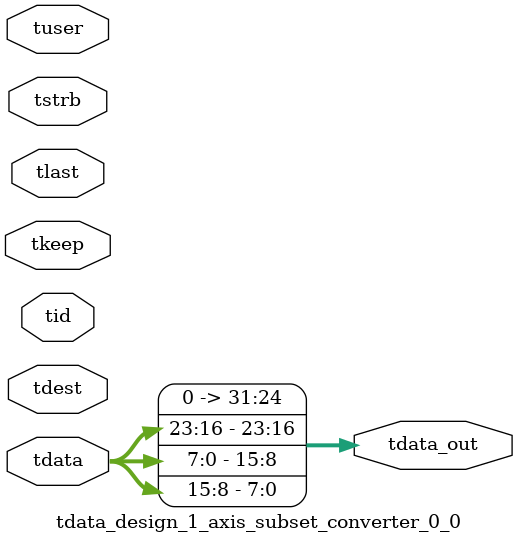
<source format=v>


`timescale 1ps/1ps

module tdata_design_1_axis_subset_converter_0_0 #
(
parameter C_S_AXIS_TDATA_WIDTH = 32,
parameter C_S_AXIS_TUSER_WIDTH = 0,
parameter C_S_AXIS_TID_WIDTH   = 0,
parameter C_S_AXIS_TDEST_WIDTH = 0,
parameter C_M_AXIS_TDATA_WIDTH = 32
)
(
input  [(C_S_AXIS_TDATA_WIDTH == 0 ? 1 : C_S_AXIS_TDATA_WIDTH)-1:0     ] tdata,
input  [(C_S_AXIS_TUSER_WIDTH == 0 ? 1 : C_S_AXIS_TUSER_WIDTH)-1:0     ] tuser,
input  [(C_S_AXIS_TID_WIDTH   == 0 ? 1 : C_S_AXIS_TID_WIDTH)-1:0       ] tid,
input  [(C_S_AXIS_TDEST_WIDTH == 0 ? 1 : C_S_AXIS_TDEST_WIDTH)-1:0     ] tdest,
input  [(C_S_AXIS_TDATA_WIDTH/8)-1:0 ] tkeep,
input  [(C_S_AXIS_TDATA_WIDTH/8)-1:0 ] tstrb,
input                                                                    tlast,
output [C_M_AXIS_TDATA_WIDTH-1:0] tdata_out
);

assign tdata_out = {tdata[23:16], tdata[7:0], tdata[15:8]};

endmodule


</source>
